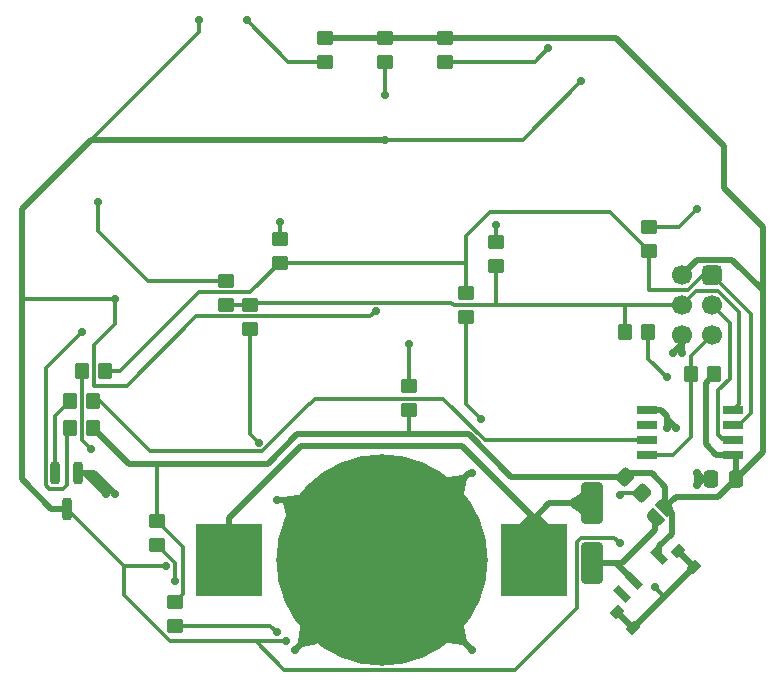
<source format=gbl>
%TF.GenerationSoftware,KiCad,Pcbnew,8.0.6*%
%TF.CreationDate,2024-11-04T22:38:12+01:00*%
%TF.ProjectId,christmas_ornament_2024,63687269-7374-46d6-9173-5f6f726e616d,1.0*%
%TF.SameCoordinates,Original*%
%TF.FileFunction,Copper,L2,Bot*%
%TF.FilePolarity,Positive*%
%FSLAX46Y46*%
G04 Gerber Fmt 4.6, Leading zero omitted, Abs format (unit mm)*
G04 Created by KiCad (PCBNEW 8.0.6) date 2024-11-04 22:38:12*
%MOMM*%
%LPD*%
G01*
G04 APERTURE LIST*
G04 Aperture macros list*
%AMRoundRect*
0 Rectangle with rounded corners*
0 $1 Rounding radius*
0 $2 $3 $4 $5 $6 $7 $8 $9 X,Y pos of 4 corners*
0 Add a 4 corners polygon primitive as box body*
4,1,4,$2,$3,$4,$5,$6,$7,$8,$9,$2,$3,0*
0 Add four circle primitives for the rounded corners*
1,1,$1+$1,$2,$3*
1,1,$1+$1,$4,$5*
1,1,$1+$1,$6,$7*
1,1,$1+$1,$8,$9*
0 Add four rect primitives between the rounded corners*
20,1,$1+$1,$2,$3,$4,$5,0*
20,1,$1+$1,$4,$5,$6,$7,0*
20,1,$1+$1,$6,$7,$8,$9,0*
20,1,$1+$1,$8,$9,$2,$3,0*%
%AMRotRect*
0 Rectangle, with rotation*
0 The origin of the aperture is its center*
0 $1 length*
0 $2 width*
0 $3 Rotation angle, in degrees counterclockwise*
0 Add horizontal line*
21,1,$1,$2,0,0,$3*%
%AMFreePoly0*
4,1,19,0.499999,-0.750000,0.000000,-0.750000,0.000000,-0.744912,-0.071157,-0.744911,-0.207708,-0.704816,-0.327430,-0.627875,-0.420627,-0.520320,-0.479746,-0.390866,-0.500000,-0.250000,-0.500000,0.250000,-0.479746,0.390866,-0.420627,0.520320,-0.327430,0.627875,-0.207708,0.704816,-0.071157,0.744911,0.000000,0.744912,0.000000,0.750000,0.499999,0.750000,0.499999,-0.750000,0.499999,-0.750000,
$1*%
%AMFreePoly1*
4,1,19,0.000000,0.744912,0.071157,0.744911,0.207708,0.704816,0.327430,0.627875,0.420627,0.520320,0.479746,0.390866,0.500000,0.250000,0.500000,-0.250000,0.479746,-0.390866,0.420627,-0.520320,0.327430,-0.627875,0.207708,-0.704816,0.071157,-0.744911,0.000000,-0.744912,0.000000,-0.750000,-0.499999,-0.750000,-0.499999,0.750000,0.000000,0.750000,0.000000,0.744912,0.000000,0.744912,
$1*%
G04 Aperture macros list end*
%TA.AperFunction,SMDPad,CuDef*%
%ADD10RoundRect,0.250000X0.450000X-0.350000X0.450000X0.350000X-0.450000X0.350000X-0.450000X-0.350000X0*%
%TD*%
%TA.AperFunction,SMDPad,CuDef*%
%ADD11RoundRect,0.250000X-0.565685X-0.070711X-0.070711X-0.565685X0.565685X0.070711X0.070711X0.565685X0*%
%TD*%
%TA.AperFunction,SMDPad,CuDef*%
%ADD12RoundRect,0.250000X0.337500X0.475000X-0.337500X0.475000X-0.337500X-0.475000X0.337500X-0.475000X0*%
%TD*%
%TA.AperFunction,SMDPad,CuDef*%
%ADD13RotRect,0.700000X1.500000X225.000000*%
%TD*%
%TA.AperFunction,SMDPad,CuDef*%
%ADD14RotRect,1.000000X0.800000X225.000000*%
%TD*%
%TA.AperFunction,SMDPad,CuDef*%
%ADD15RoundRect,0.250000X-0.450000X0.350000X-0.450000X-0.350000X0.450000X-0.350000X0.450000X0.350000X0*%
%TD*%
%TA.AperFunction,SMDPad,CuDef*%
%ADD16RoundRect,0.250000X-0.350000X-0.450000X0.350000X-0.450000X0.350000X0.450000X-0.350000X0.450000X0*%
%TD*%
%TA.AperFunction,SMDPad,CuDef*%
%ADD17RoundRect,0.250000X0.350000X0.450000X-0.350000X0.450000X-0.350000X-0.450000X0.350000X-0.450000X0*%
%TD*%
%TA.AperFunction,SMDPad,CuDef*%
%ADD18FreePoly0,45.000000*%
%TD*%
%TA.AperFunction,SMDPad,CuDef*%
%ADD19FreePoly1,45.000000*%
%TD*%
%TA.AperFunction,SMDPad,CuDef*%
%ADD20R,1.750000X0.650000*%
%TD*%
%TA.AperFunction,SMDPad,CuDef*%
%ADD21C,17.900000*%
%TD*%
%TA.AperFunction,SMDPad,CuDef*%
%ADD22R,5.700000X6.100000*%
%TD*%
%TA.AperFunction,SMDPad,CuDef*%
%ADD23RoundRect,0.425000X0.425000X0.425000X-0.425000X0.425000X-0.425000X-0.425000X0.425000X-0.425000X0*%
%TD*%
%TA.AperFunction,SMDPad,CuDef*%
%ADD24C,1.700000*%
%TD*%
%TA.AperFunction,SMDPad,CuDef*%
%ADD25RoundRect,0.200000X-0.200000X0.750000X-0.200000X-0.750000X0.200000X-0.750000X0.200000X0.750000X0*%
%TD*%
%TA.AperFunction,SMDPad,CuDef*%
%ADD26RoundRect,0.250000X0.650000X-1.500000X0.650000X1.500000X-0.650000X1.500000X-0.650000X-1.500000X0*%
%TD*%
%TA.AperFunction,ViaPad*%
%ADD27C,0.700000*%
%TD*%
%TA.AperFunction,Conductor*%
%ADD28C,0.300000*%
%TD*%
%TA.AperFunction,Conductor*%
%ADD29C,0.500000*%
%TD*%
G04 APERTURE END LIST*
D10*
X143946806Y-88150453D03*
X143946806Y-86150453D03*
D11*
X173211699Y-106271346D03*
X174625913Y-107685560D03*
D12*
X182576306Y-106470453D03*
X180501306Y-106470453D03*
D13*
X176095019Y-112995366D03*
X173973699Y-115116686D03*
X172913039Y-116177346D03*
D14*
X177640048Y-112560495D03*
X179004764Y-113925211D03*
X173842884Y-119087091D03*
X172478168Y-117722375D03*
D15*
X147756806Y-69148453D03*
X147756806Y-71148453D03*
X157916806Y-69148453D03*
X157916806Y-71148453D03*
D16*
X173172806Y-94024453D03*
X175172806Y-94024453D03*
D17*
X129198806Y-97326453D03*
X127198806Y-97326453D03*
D15*
X133532806Y-110042453D03*
X133532806Y-112042453D03*
D18*
X175696806Y-109772453D03*
D19*
X176616044Y-108853215D03*
D20*
X175050806Y-104438453D03*
X175050806Y-103168454D03*
X175050806Y-101898454D03*
X175050806Y-100628455D03*
X182300806Y-100628455D03*
X182300806Y-101898454D03*
X182300806Y-103168454D03*
X182300806Y-104438453D03*
D15*
X141406806Y-91754453D03*
X141406806Y-93754453D03*
X135056806Y-116900453D03*
X135056806Y-118900453D03*
D10*
X175188806Y-87134453D03*
X175188806Y-85134453D03*
D21*
X152582806Y-113328453D03*
D22*
X165482806Y-113328453D03*
X139682806Y-113328453D03*
D23*
X180522806Y-89198453D03*
D24*
X177982806Y-89198453D03*
X180522806Y-91738453D03*
X177982806Y-91738453D03*
X180522806Y-94278453D03*
X177982806Y-94278453D03*
D17*
X128182806Y-102152453D03*
X126182806Y-102152453D03*
D16*
X126182806Y-99866453D03*
X128182806Y-99866453D03*
D25*
X124962806Y-105986453D03*
X126862806Y-105986453D03*
X125912806Y-108986453D03*
D15*
X152836806Y-69148453D03*
X152836806Y-71148453D03*
D10*
X139374806Y-91706453D03*
X139374806Y-89706453D03*
D17*
X180760806Y-97596453D03*
X178760806Y-97596453D03*
D15*
X159694806Y-90738453D03*
X159694806Y-92738453D03*
D26*
X170362806Y-113542453D03*
X170362806Y-108542453D03*
D10*
X154868806Y-100612453D03*
X154868806Y-98612453D03*
X162234806Y-88420453D03*
X162234806Y-86420453D03*
D27*
X160964806Y-101390453D03*
X143692806Y-108248453D03*
X179252806Y-105962453D03*
X177474806Y-102152453D03*
X175696806Y-115614453D03*
X177982806Y-95802453D03*
X129976806Y-107740453D03*
X160202806Y-105962453D03*
X176712806Y-102152453D03*
X179252806Y-106978453D03*
X177220806Y-95802453D03*
X160202806Y-120948453D03*
X129214806Y-107740453D03*
X145216806Y-120948453D03*
X169473806Y-72815453D03*
X172775806Y-111931453D03*
X137088806Y-67608453D03*
X129976806Y-91230453D03*
X152074806Y-92246453D03*
X134294806Y-113836453D03*
X144454806Y-120186453D03*
X152836806Y-77768453D03*
X141152806Y-67608453D03*
X166679806Y-70021453D03*
X152836806Y-73958453D03*
X127182806Y-94024453D03*
X135056806Y-115106453D03*
X143692806Y-119424453D03*
X172775806Y-107867453D03*
X154868806Y-95040453D03*
X128565806Y-82989453D03*
X162234806Y-84978497D03*
X142168806Y-103422453D03*
X176712806Y-97834453D03*
X143946806Y-84715138D03*
X179252806Y-83610453D03*
X127944806Y-103930453D03*
D28*
X160964806Y-101390453D02*
X159694806Y-100120453D01*
X159694806Y-100120453D02*
X159694806Y-92738453D01*
D29*
X177982806Y-95040453D02*
X177220806Y-95802453D01*
X177982806Y-94278453D02*
X177982806Y-95040453D01*
X127460806Y-105986453D02*
X129214806Y-107740453D01*
X176712806Y-102152453D02*
X176712806Y-101136453D01*
X160202806Y-105962453D02*
X159948806Y-105962453D01*
X172478168Y-117722375D02*
X173842884Y-119087091D01*
X173842884Y-119087091D02*
X176506164Y-116423811D01*
X152582806Y-113328453D02*
X156976728Y-117722375D01*
D28*
X175696806Y-115614453D02*
X176506164Y-116423811D01*
D29*
X160202806Y-120948453D02*
X152582806Y-113328453D01*
X179760806Y-106470453D02*
X179252806Y-105962453D01*
X177474806Y-102152453D02*
X176712806Y-101390453D01*
X176712806Y-101136453D02*
X176204806Y-100628453D01*
X152582806Y-113582453D02*
X152582806Y-113328453D01*
X126862806Y-105986453D02*
X127460806Y-105986453D01*
X145216806Y-120948453D02*
X152582806Y-113582453D01*
X143692806Y-108248453D02*
X147502806Y-108248453D01*
X177982806Y-94278453D02*
X177982806Y-95802453D01*
X180501306Y-106470453D02*
X179760806Y-106470453D01*
X128222806Y-105986453D02*
X129976806Y-107740453D01*
X176204806Y-100628453D02*
X175050808Y-100628453D01*
X179004764Y-113925211D02*
X177640048Y-112560495D01*
X126862806Y-105986453D02*
X128222806Y-105986453D01*
X159948806Y-105962453D02*
X152582806Y-113328453D01*
X147502806Y-108248453D02*
X152582806Y-113328453D01*
X175050808Y-100628453D02*
X175050806Y-100628455D01*
X176712806Y-101390453D02*
X176712806Y-101136453D01*
X179252806Y-105962453D02*
X179252806Y-106978453D01*
X176506164Y-116423811D02*
X179004764Y-113925211D01*
X179760806Y-106470453D02*
X179252806Y-106978453D01*
X159380806Y-103676453D02*
X145784806Y-103676453D01*
X165482806Y-113328453D02*
X165482806Y-109826453D01*
X165482806Y-109826453D02*
X166766806Y-108542453D01*
X165482806Y-109778453D02*
X159380806Y-103676453D01*
X165482806Y-113328453D02*
X165482806Y-109778453D01*
X166766806Y-108542453D02*
X170362806Y-108542453D01*
X145784806Y-103676453D02*
X139682806Y-109778453D01*
X139682806Y-113328453D02*
X139682806Y-112954453D01*
X139682806Y-109778453D02*
X139682806Y-113328453D01*
X173520592Y-105962453D02*
X173211699Y-106271346D01*
X163559699Y-106271346D02*
X159986806Y-102698453D01*
X154868806Y-102698453D02*
X145432806Y-102698453D01*
X157932806Y-69132453D02*
X172394806Y-69132453D01*
X182576306Y-106470453D02*
X181052306Y-107994453D01*
X184840806Y-104205953D02*
X182576306Y-106470453D01*
X145432806Y-102698453D02*
X142930806Y-105200453D01*
X175442806Y-105962453D02*
X173520592Y-105962453D01*
X172394806Y-69132453D02*
X181538806Y-78276453D01*
X182300806Y-104438453D02*
X180925806Y-104438453D01*
X152836806Y-69148453D02*
X147756806Y-69148453D01*
X182576306Y-104713953D02*
X182300806Y-104438453D01*
X131230806Y-105200453D02*
X128182806Y-102152453D01*
X177149910Y-111113349D02*
X177149910Y-109387081D01*
X184840806Y-90468453D02*
X184840806Y-104205953D01*
D28*
X133532806Y-110042453D02*
X135756806Y-112266453D01*
X135756806Y-116200453D02*
X135056806Y-116900453D01*
D29*
X181538806Y-78276453D02*
X181538806Y-81832453D01*
X184840806Y-85134453D02*
X184840806Y-90468453D01*
X182576306Y-106470453D02*
X182576306Y-104713953D01*
D28*
X154868806Y-100612453D02*
X154868806Y-102698453D01*
D29*
X177474806Y-107994453D02*
X176616044Y-108853215D01*
X157916806Y-69148453D02*
X152836806Y-69148453D01*
X180014806Y-98342453D02*
X180760806Y-97596453D01*
D28*
X133532806Y-110042453D02*
X133532806Y-105200453D01*
D29*
X179282806Y-87898453D02*
X182270806Y-87898453D01*
X133532806Y-105200453D02*
X131230806Y-105200453D01*
X176616044Y-107135691D02*
X175442806Y-105962453D01*
X181538806Y-81832453D02*
X184840806Y-85134453D01*
X176095019Y-112995366D02*
X176095019Y-112168240D01*
X173211699Y-106271346D02*
X163559699Y-106271346D01*
X182270806Y-87898453D02*
X184840806Y-90468453D01*
X180925806Y-104438453D02*
X180014806Y-103527453D01*
X177149910Y-109387081D02*
X176616044Y-108853215D01*
X177982806Y-89198453D02*
X179282806Y-87898453D01*
D28*
X135756806Y-112266453D02*
X135756806Y-116200453D01*
D29*
X176095019Y-112168240D02*
X177149910Y-111113349D01*
X181052306Y-107994453D02*
X177474806Y-107994453D01*
X142930806Y-105200453D02*
X133532806Y-105200453D01*
X180014806Y-103527453D02*
X180014806Y-98342453D01*
X176616044Y-108853215D02*
X176616044Y-107135691D01*
X159986806Y-102698453D02*
X154868806Y-102698453D01*
D28*
X157799334Y-99662453D02*
X146944806Y-99662453D01*
X146486806Y-100120453D02*
X146460756Y-100120453D01*
X146944806Y-99662453D02*
X146486806Y-100120453D01*
X161305335Y-103168454D02*
X157799334Y-99662453D01*
X142458756Y-104122453D02*
X132962806Y-104122453D01*
X132962806Y-104122453D02*
X128706806Y-99866453D01*
X146460756Y-100120453D02*
X142458756Y-104122453D01*
X175050806Y-103168454D02*
X174188807Y-103168454D01*
X128706806Y-99866453D02*
X128182806Y-99866453D01*
X175050806Y-103168454D02*
X161305335Y-103168454D01*
X124888806Y-101160453D02*
X124888806Y-105912453D01*
X124888806Y-105912453D02*
X124962806Y-105986453D01*
X126182806Y-99866453D02*
X124888806Y-101160453D01*
D29*
X175696806Y-110788453D02*
X175696806Y-109772453D01*
X172942806Y-113542453D02*
X175696806Y-110788453D01*
X170362806Y-113542453D02*
X172399466Y-113542453D01*
X170362806Y-113542453D02*
X172942806Y-113542453D01*
X172399466Y-113542453D02*
X173973699Y-115116686D01*
D28*
X169092806Y-117392453D02*
X163856806Y-122628453D01*
X129976806Y-91230453D02*
X122102806Y-91230453D01*
X128248806Y-95090453D02*
X129976806Y-93362453D01*
D29*
X127944806Y-77768453D02*
X152836806Y-77768453D01*
D28*
X151616806Y-92704453D02*
X136884806Y-92704453D01*
X136884806Y-92704453D02*
X130992806Y-98596453D01*
X134687350Y-120186453D02*
X130762806Y-116261909D01*
X152074806Y-92246453D02*
X151616806Y-92704453D01*
X144454806Y-120186453D02*
X142422806Y-120186453D01*
X164520806Y-77768453D02*
X152836806Y-77768453D01*
X128248806Y-98596453D02*
X128248806Y-95090453D01*
X134294806Y-113836453D02*
X130762806Y-113836453D01*
X169473806Y-72815453D02*
X164520806Y-77768453D01*
D29*
X124618806Y-108986453D02*
X125912806Y-108986453D01*
X122102806Y-106470453D02*
X124618806Y-108986453D01*
D28*
X169457350Y-111442453D02*
X169092806Y-111806997D01*
X163856806Y-122628453D02*
X144356806Y-122628453D01*
X169092806Y-111806997D02*
X169092806Y-117392453D01*
D29*
X122102806Y-83610453D02*
X122102806Y-91230453D01*
D28*
X172775806Y-111931453D02*
X172286806Y-111442453D01*
X142422806Y-120186453D02*
X134687350Y-120186453D01*
X130992806Y-98596453D02*
X128248806Y-98596453D01*
D29*
X122102806Y-91230453D02*
X122102806Y-106470453D01*
D28*
X129976806Y-93362453D02*
X129976806Y-91230453D01*
X130762806Y-113836453D02*
X125912806Y-108986453D01*
X144356806Y-122628453D02*
X141914806Y-120186453D01*
X137088806Y-67608453D02*
X137088806Y-68624453D01*
D29*
X127944806Y-77768453D02*
X122102806Y-83610453D01*
D28*
X172286806Y-111442453D02*
X169457350Y-111442453D01*
X130762806Y-116261909D02*
X130762806Y-113836453D01*
X137088806Y-68624453D02*
X127944806Y-77768453D01*
X144692806Y-71148453D02*
X141152806Y-67608453D01*
X147756806Y-71148453D02*
X144692806Y-71148453D01*
X166679806Y-70021453D02*
X165552806Y-71148453D01*
X165552806Y-71148453D02*
X157916806Y-71148453D01*
X152836806Y-73958453D02*
X152836806Y-71148453D01*
X124134806Y-106978453D02*
X124442806Y-107286453D01*
X124134806Y-97072453D02*
X124134806Y-106978453D01*
X124442806Y-107286453D02*
X125604806Y-107286453D01*
X127182806Y-94024453D02*
X124134806Y-97072453D01*
X125604806Y-107286453D02*
X125912806Y-106978453D01*
X125912806Y-106978453D02*
X125912806Y-102422453D01*
X125912806Y-102422453D02*
X126182806Y-102152453D01*
X135056806Y-115106453D02*
X135056806Y-113566453D01*
X135056806Y-113566453D02*
X133532806Y-112042453D01*
X143692806Y-119424453D02*
X143168806Y-118900453D01*
X143168806Y-118900453D02*
X135056806Y-118900453D01*
X172957699Y-107685560D02*
X172775806Y-107867453D01*
X174625913Y-107685560D02*
X172957699Y-107685560D01*
X154868806Y-98612453D02*
X154868806Y-95040453D01*
X132770806Y-89706453D02*
X139374806Y-89706453D01*
X128565806Y-82989453D02*
X128565806Y-85501453D01*
X128565806Y-85501453D02*
X132770806Y-89706453D01*
X162234806Y-84978497D02*
X162234806Y-86420453D01*
X142168806Y-103422453D02*
X141406806Y-102660453D01*
X141406806Y-102660453D02*
X141406806Y-93754453D01*
X175172806Y-96294453D02*
X176712806Y-97834453D01*
X175172806Y-94024453D02*
X175172806Y-96294453D01*
X143946806Y-84715138D02*
X143946806Y-86150453D01*
X179252806Y-83610453D02*
X177728806Y-85134453D01*
X177728806Y-85134453D02*
X175188806Y-85134453D01*
X127944806Y-103930453D02*
X127198806Y-103184453D01*
X127198806Y-103184453D02*
X127198806Y-97326453D01*
X139422806Y-91754453D02*
X139374806Y-91706453D01*
X182300806Y-100628455D02*
X182808806Y-100120455D01*
X173172806Y-94024453D02*
X173172806Y-91770453D01*
X181019863Y-90538453D02*
X179182806Y-90538453D01*
X173204806Y-91738453D02*
X173172806Y-91770453D01*
X173172806Y-91770453D02*
X173156806Y-91754453D01*
X179182806Y-90538453D02*
X177982806Y-91738453D01*
X177982806Y-91738453D02*
X173204806Y-91738453D01*
X182808806Y-92327396D02*
X181019863Y-90538453D01*
X158486806Y-91546453D02*
X158694806Y-91754453D01*
X162234806Y-91754453D02*
X173156806Y-91754453D01*
X182808806Y-100120455D02*
X182808806Y-92327396D01*
X141406806Y-91754453D02*
X139422806Y-91754453D01*
X141614806Y-91546453D02*
X158486806Y-91546453D01*
X158694806Y-91754453D02*
X162234806Y-91754453D01*
X162234806Y-88420453D02*
X162234806Y-91754453D01*
X141406806Y-91754453D02*
X141614806Y-91546453D01*
X175050806Y-104438453D02*
X177220806Y-104438453D01*
X178760806Y-97596453D02*
X178760806Y-96040452D01*
X178760806Y-96040452D02*
X180522806Y-94278452D01*
X177220806Y-104438453D02*
X178760806Y-102898453D01*
X178760806Y-102898453D02*
X178760806Y-97596453D01*
X182850806Y-101898454D02*
X183824806Y-100924454D01*
X159694806Y-85896453D02*
X159694806Y-90738453D01*
X143946806Y-88150453D02*
X159694806Y-88150453D01*
X182300806Y-101898454D02*
X182850806Y-101898454D01*
X175188806Y-87134453D02*
X175188806Y-90468453D01*
X178490806Y-90468453D02*
X175188806Y-90468453D01*
X171918806Y-83864453D02*
X161726806Y-83864453D01*
X141472806Y-90656453D02*
X143946806Y-88182453D01*
X161726806Y-83864453D02*
X159694806Y-85896453D01*
X130468806Y-97326453D02*
X137138806Y-90656453D01*
X183824806Y-92500453D02*
X180522806Y-89198453D01*
X183824806Y-100924454D02*
X183824806Y-92500453D01*
X137138806Y-90656453D02*
X141472806Y-90656453D01*
X129198806Y-97326453D02*
X130468806Y-97326453D01*
X180522806Y-89198453D02*
X179760806Y-89198453D01*
X175188806Y-87134453D02*
X171918806Y-83864453D01*
X143946806Y-88182453D02*
X143946806Y-88150453D01*
X179760806Y-89198453D02*
X178490806Y-90468453D01*
X181075806Y-98936909D02*
X182046806Y-97965909D01*
X181075806Y-102705453D02*
X181075806Y-98936909D01*
X182300806Y-103168454D02*
X181538807Y-103168454D01*
X181538807Y-103168454D02*
X181075806Y-102705453D01*
X182046806Y-93262453D02*
X180522806Y-91738453D01*
X182046806Y-97965909D02*
X182046806Y-93262453D01*
%TA.AperFunction,Conductor*%
G36*
X159444496Y-106118962D02*
G01*
X159446035Y-106120257D01*
X159791001Y-106465223D01*
X159794428Y-106473496D01*
X159794255Y-106475499D01*
X159572932Y-107748926D01*
X159568701Y-107756069D01*
X152663367Y-113264333D01*
X152654763Y-113266814D01*
X152646925Y-113262483D01*
X152644444Y-113253879D01*
X152646924Y-113247893D01*
X158155190Y-106342555D01*
X158162330Y-106338327D01*
X159435761Y-106117003D01*
X159444496Y-106118962D01*
G37*
%TD.AperFunction*%
%TA.AperFunction,Conductor*%
G36*
X152663367Y-113392572D02*
G01*
X159568701Y-118900836D01*
X159572932Y-118907979D01*
X159794255Y-120181406D01*
X159792296Y-120190143D01*
X159791001Y-120191682D01*
X159446035Y-120536648D01*
X159437762Y-120540075D01*
X159435759Y-120539902D01*
X158162332Y-120318579D01*
X158155189Y-120314348D01*
X158057340Y-120191682D01*
X152646924Y-113409013D01*
X152644444Y-113400410D01*
X152648775Y-113392572D01*
X152657379Y-113390091D01*
X152663367Y-113392572D01*
G37*
%TD.AperFunction*%
%TA.AperFunction,Conductor*%
G36*
X165701796Y-109270479D02*
G01*
X165702255Y-109270914D01*
X166047077Y-109615736D01*
X166785196Y-110272846D01*
X166789096Y-110280907D01*
X166788168Y-110286200D01*
X165496233Y-113296228D01*
X165489820Y-113302479D01*
X165480866Y-113302365D01*
X165474615Y-113295952D01*
X165474078Y-113294232D01*
X164782919Y-110284368D01*
X164784407Y-110275537D01*
X164785607Y-110273943D01*
X165685276Y-109271371D01*
X165693350Y-109267504D01*
X165701796Y-109270479D01*
G37*
%TD.AperFunction*%
%TA.AperFunction,Conductor*%
G36*
X152519881Y-113395591D02*
G01*
X152522515Y-113404149D01*
X152520143Y-113410181D01*
X147131341Y-120420341D01*
X147124201Y-120424713D01*
X145865248Y-120658493D01*
X145856488Y-120656635D01*
X145854839Y-120655263D01*
X145509820Y-120310244D01*
X145506393Y-120301971D01*
X145506525Y-120300220D01*
X145698883Y-119029015D01*
X145702989Y-119021757D01*
X152503410Y-113394035D01*
X152511966Y-113391402D01*
X152519881Y-113395591D01*
G37*
%TD.AperFunction*%
%TA.AperFunction,Conductor*%
G36*
X145511132Y-107854370D02*
G01*
X152501597Y-113264825D01*
X152506042Y-113272598D01*
X152503688Y-113281238D01*
X152495915Y-113285683D01*
X152489511Y-113284690D01*
X144485022Y-109569780D01*
X144478960Y-109563189D01*
X144478540Y-109561768D01*
X144236420Y-108499738D01*
X144236127Y-108497137D01*
X144236127Y-108008878D01*
X144239554Y-108000605D01*
X144246481Y-107997255D01*
X145502628Y-107851999D01*
X145511132Y-107854370D01*
G37*
%TD.AperFunction*%
%TA.AperFunction,Conductor*%
G36*
X169469851Y-107649490D02*
G01*
X170355518Y-108534175D01*
X170358949Y-108542447D01*
X170355527Y-108550722D01*
X170355518Y-108550731D01*
X169469851Y-109435415D01*
X169461576Y-109438837D01*
X169454732Y-109436622D01*
X168567656Y-108795955D01*
X168562955Y-108788333D01*
X168562806Y-108786470D01*
X168562806Y-108298435D01*
X168566233Y-108290162D01*
X168567656Y-108288950D01*
X169454734Y-107648282D01*
X169463445Y-107646217D01*
X169469851Y-107649490D01*
G37*
%TD.AperFunction*%
%TA.AperFunction,Conductor*%
G36*
X165313749Y-109256949D02*
G01*
X165314253Y-109257487D01*
X165616502Y-109601677D01*
X166206816Y-110273905D01*
X166209700Y-110282383D01*
X166209406Y-110284338D01*
X165491817Y-113294324D01*
X165486565Y-113301577D01*
X165477723Y-113302992D01*
X165470470Y-113297740D01*
X165469651Y-113296147D01*
X164205805Y-110286105D01*
X164205763Y-110277152D01*
X164208753Y-110272893D01*
X164952476Y-109601677D01*
X165297204Y-109256948D01*
X165305476Y-109253522D01*
X165313749Y-109256949D01*
G37*
%TD.AperFunction*%
M02*

</source>
